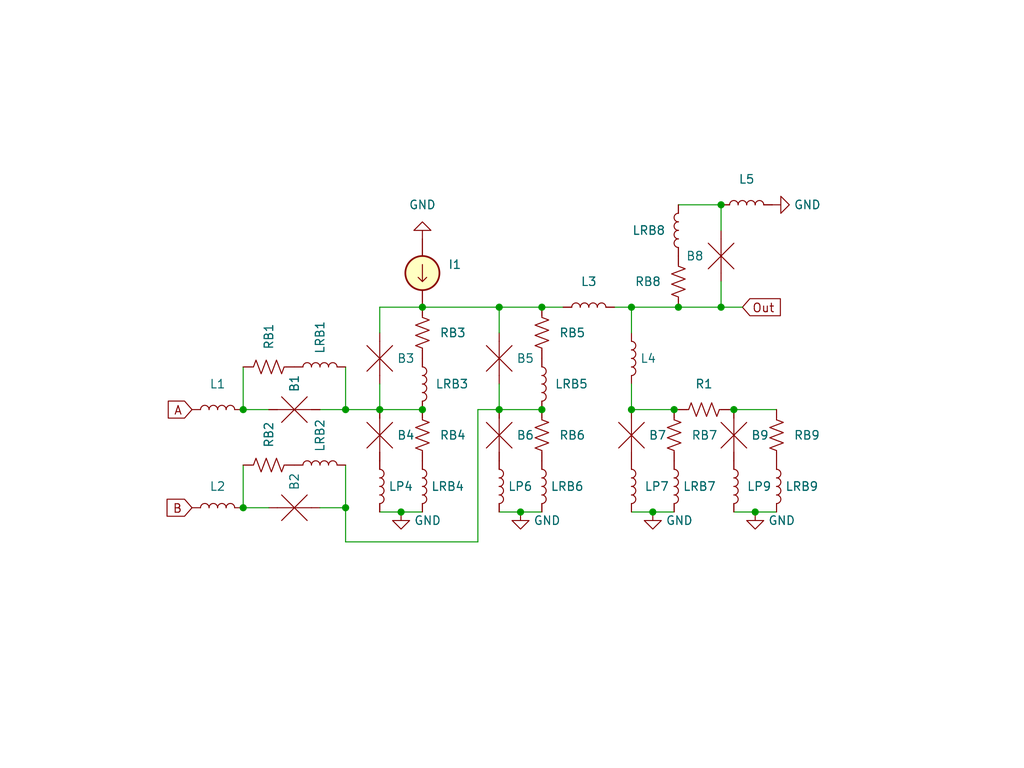
<source format=kicad_sch>
(kicad_sch (version 20211123) (generator eeschema)
  (paper "User" 152.4 114.3)
  (title_block (title "DSFQ OR") (date "2022-03-29"))
  (lib_symbols
    (symbol "Superconductors:Current_Source" (pin_numbers hide) (pin_names (offset 0.0254))
      (property "Reference" "I" (at 3.175 1.27 0))
      (symbol "Current_Source_0_1"
        (polyline (pts (xy 0 -1.27) (xy 0 1.27)))
        (polyline (pts (xy -0.635 -0.635) (xy 0 -1.27) (xy 0.635 -0.635)))
        (circle (center 0 0) (radius 2.54) (stroke (width 0.254)) (fill (type background)))
      )
      (symbol "Current_Source_1_1"
        (pin passive line (at 0 5.08 270) (length 2.54) (name "~") (number "1"))
        (pin passive line (at 0 -5.08 90) (length 2.54) (name "~") (number "2"))
      )
    )
    (symbol "Superconductors:Inductor" (pin_numbers hide) (pin_names (offset 1.016) hide)
      (property "Reference" "L" (at 0 2.032 0))
      (symbol "Inductor_0_1"
        (arc (start -1.27 0) (mid -1.905 0.635) (end -2.54 0))
        (arc (start 0 0) (mid -0.635 0.635) (end -1.27 0))
        (arc (start 1.27 0) (mid 0.635 0.635) (end 0 0))
        (arc (start 2.54 0) (mid 1.905 0.635) (end 1.27 0))
      )
      (symbol "Inductor_1_1"
        (pin passive line (at -3.81 0 0) (length 1.27) (name "1") (number "1"))
        (pin passive line (at 3.81 0 180) (length 1.27) (name "2") (number "2"))
      )
    )
    (symbol "Superconductors:Resistor" (pin_numbers hide) (pin_names (offset 0))
      (property "Reference" "R" (at 2.54 0 90))
      (symbol "Resistor_0_1"
        (polyline (pts (xy 0 -2.286) (xy 0 -2.54)))
        (polyline (pts (xy 0 2.286) (xy 0 2.54)))
        (polyline (pts (xy 0 -0.762) (xy 1.016 -1.143) (xy 0 -1.524) (xy -1.016 -1.905) (xy 0 -2.286)))
        (polyline (pts (xy 0 0.762) (xy 1.016 0.381) (xy 0 0) (xy -1.016 -0.381) (xy 0 -0.762)))
        (polyline (pts (xy 0 2.286) (xy 1.016 1.905) (xy 0 1.524) (xy -1.016 1.143) (xy 0 0.762)))
      )
      (symbol "Resistor_1_1"
        (pin passive line (at 0 3.81 270) (length 1.27) (name "~") (number "1"))
        (pin passive line (at 0 -3.81 90) (length 1.27) (name "~") (number "2"))
      )
    )
    (symbol "Superconductors:jjmit" (pin_numbers hide) (pin_names (offset 0))
      (property "Reference" "B" (at 3.175 0 90))
      (property "Value" "jjmit" (at -3.175 0 90))
      (symbol "jjmit_0_1"
        (polyline (pts (xy -1.905 -1.905) (xy 1.905 1.905)))
        (polyline (pts (xy -1.905 1.905) (xy 1.905 -1.905)))
        (polyline (pts (xy 0 -2.54) (xy 0 2.54)))
      )
      (symbol "jjmit_1_1"
        (pin passive line (at 0 3.81 270) (length 1.27) (name "~") (number "1"))
        (pin passive line (at 0 -3.81 90) (length 1.27) (name "~") (number "2"))
      )
    )
    (symbol "power:GND" (power) (pin_names (offset 0))
      (property "Value" "GND" (at 0 -3.81 0))
      (symbol "GND_0_1"
        (polyline (pts (xy 0 0) (xy 0 -1.27) (xy 1.27 -1.27) (xy 0 -2.54) (xy -1.27 -1.27) (xy 0 -1.27)))
      )
      (symbol "GND_1_1"
        (pin power_in line (at 0 0 270) (length 0) hide (name "GND") (number "1"))
      )
    )
  )
  (junction (at 62.865 45.72))
  (junction (at 107.315 45.72))
  (junction (at 80.645 60.96))
  (junction (at 112.395 76.2))
  (junction (at 97.155 76.2))
  (junction (at 100.33 60.96))
  (junction (at 36.195 60.96))
  (junction (at 62.865 60.96))
  (junction (at 51.435 60.96))
  (junction (at 109.22 60.96))
  (junction (at 77.47 76.2))
  (junction (at 36.195 75.565))
  (junction (at 74.295 45.72))
  (junction (at 56.515 60.96))
  (junction (at 51.435 75.565))
  (junction (at 93.98 45.72))
  (junction (at 74.295 60.96))
  (junction (at 93.98 60.96))
  (junction (at 80.645 45.72))
  (junction (at 100.965 45.72))
  (junction (at 59.69 76.2))
  (junction (at 107.315 30.48))
  (wire (pts (xy 36.195 75.565) (xy 36.195 69.215)))
  (wire (pts (xy 74.295 76.2) (xy 77.47 76.2)))
  (wire (pts (xy 51.435 60.96) (xy 56.515 60.96)))
  (wire (pts (xy 107.315 45.72) (xy 110.49 45.72)))
  (wire (pts (xy 112.395 76.2) (xy 115.57 76.2)))
  (wire (pts (xy 109.22 60.96) (xy 115.57 60.96)))
  (wire (pts (xy 91.44 45.72) (xy 93.98 45.72)))
  (wire (pts (xy 107.315 45.72) (xy 100.965 45.72)))
  (wire (pts (xy 93.98 60.96) (xy 100.33 60.96)))
  (wire (pts (xy 56.515 45.72) (xy 62.865 45.72)))
  (wire (pts (xy 56.515 45.72) (xy 56.515 49.53)))
  (wire (pts (xy 100.965 60.96) (xy 100.33 60.96)))
  (wire (pts (xy 56.515 57.15) (xy 56.515 60.96)))
  (wire (pts (xy 74.295 45.72) (xy 74.295 49.53)))
  (wire (pts (xy 62.865 45.72) (xy 74.295 45.72)))
  (wire (pts (xy 80.645 45.72) (xy 83.82 45.72)))
  (wire (pts (xy 108.585 60.96) (xy 109.22 60.96)))
  (wire (pts (xy 56.515 76.2) (xy 59.69 76.2)))
  (wire (pts (xy 107.315 30.48) (xy 100.965 30.48)))
  (wire (pts (xy 51.435 60.96) (xy 51.435 54.61)))
  (wire (pts (xy 93.98 45.72) (xy 100.965 45.72)))
  (wire (pts (xy 59.69 76.2) (xy 62.865 76.2)))
  (wire (pts (xy 93.98 76.2) (xy 97.155 76.2)))
  (wire (pts (xy 71.12 60.96) (xy 74.295 60.96)))
  (wire (pts (xy 109.22 76.2) (xy 112.395 76.2)))
  (wire (pts (xy 74.295 45.72) (xy 80.645 45.72)))
  (wire (pts (xy 51.435 69.215) (xy 51.435 75.565)))
  (wire (pts (xy 107.315 45.72) (xy 107.315 41.91)))
  (wire (pts (xy 36.195 60.96) (xy 36.195 54.61)))
  (wire (pts (xy 56.515 60.96) (xy 62.865 60.96)))
  (wire (pts (xy 71.12 80.645) (xy 71.12 60.96)))
  (wire (pts (xy 51.435 80.645) (xy 71.12 80.645)))
  (wire (pts (xy 107.315 34.29) (xy 107.315 30.48)))
  (wire (pts (xy 93.98 57.15) (xy 93.98 60.96)))
  (wire (pts (xy 97.155 76.2) (xy 100.33 76.2)))
  (wire (pts (xy 36.195 60.96) (xy 40.005 60.96)))
  (wire (pts (xy 36.195 75.565) (xy 40.005 75.565)))
  (wire (pts (xy 47.625 60.96) (xy 51.435 60.96)))
  (wire (pts (xy 93.98 49.53) (xy 93.98 45.72)))
  (wire (pts (xy 77.47 76.2) (xy 80.645 76.2)))
  (wire (pts (xy 74.295 57.15) (xy 74.295 60.96)))
  (wire (pts (xy 74.295 60.96) (xy 80.645 60.96)))
  (wire (pts (xy 51.435 75.565) (xy 51.435 80.645)))
  (wire (pts (xy 47.625 75.565) (xy 51.435 75.565)))
  (global_label "B" (shape input) (at 28.575 75.565 180) (property "Intersheet References" "${INTERSHEET_REFS}" (effects hide)))
  (global_label "A" (shape input) (at 28.575 60.96 180) (property "Intersheet References" "${INTERSHEET_REFS}" (effects hide)))
  (global_label "Out" (shape input) (at 110.49 45.72 0) (property "Intersheet References" "${INTERSHEET_REFS}" (effects hide)))
  (symbol (lib_id "Superconductors:Resistor") (at 100.33 64.77 0) (unit 1)
    (property "Reference" "RB7" (at 102.87 64.7699 0) (effects (justify left)))
    (property "Value" "Resistor" (effects hide))
  )
  (symbol (lib_id "Superconductors:Inductor") (at 32.385 60.96 0) (unit 1)
    (property "Reference" "L1" (at 32.385 57.15 0))
    (property "Value" "Inductor" (effects hide))
  )
  (symbol (lib_id "Superconductors:Resistor") (at 40.005 69.215 90) (unit 1)
    (property "Reference" "RB2" (at 40.0049 66.675 0) (effects (justify left)))
    (property "Value" "Resistor" (effects hide))
  )
  (symbol (lib_id "Superconductors:Resistor") (at 115.57 64.77 0) (unit 1)
    (property "Reference" "RB9" (at 118.11 64.7699 0) (effects (justify left)))
    (property "Value" "Resistor" (effects hide))
  )
  (symbol (lib_id "Superconductors:Resistor") (at 80.645 49.53 0) (unit 1)
    (property "Reference" "RB5" (at 83.185 49.5299 0) (effects (justify left)))
    (property "Value" "Resistor" (effects hide))
  )
  (symbol (lib_id "Superconductors:jjmit") (at 43.815 60.96 270) (unit 1)
    (property "Reference" "B1" (at 43.8149 58.42 0) (effects (justify right)))
    (property "Value" "jjmit" (effects hide))
  )
  (symbol (lib_id "Superconductors:Inductor") (at 93.98 53.34 270) (unit 1)
    (property "Reference" "L4" (at 95.25 53.3399 90) (effects (justify left)))
    (property "Value" "Inductor" (effects hide))
  )
  (symbol (lib_id "Superconductors:Resistor") (at 62.865 49.53 0) (unit 1)
    (property "Reference" "RB3" (at 65.405 49.5299 0) (effects (justify left)))
    (property "Value" "Resistor" (effects hide))
  )
  (symbol (lib_id "power:GND") (at 112.395 76.2 0) (unit 1)
    (property "Reference" "#PWR05" (effects hide))
    (property "Value" "GND" (at 114.3 77.4699 0) (effects (justify left)))
  )
  (symbol (lib_id "power:GND") (at 114.935 30.48 90) (unit 1)
    (property "Reference" "#PWR06" (effects hide))
    (property "Value" "GND" (at 118.11 30.4799 90) (effects (justify right)))
  )
  (symbol (lib_id "Superconductors:Inductor") (at 100.33 72.39 270) (unit 1)
    (property "Reference" "LRB7" (at 101.6 72.3899 90) (effects (justify left)))
    (property "Value" "Inductor" (effects hide))
  )
  (symbol (lib_id "Superconductors:Resistor") (at 62.865 64.77 0) (unit 1)
    (property "Reference" "RB4" (at 65.405 64.7699 0) (effects (justify left)))
    (property "Value" "Resistor" (effects hide))
  )
  (symbol (lib_id "Superconductors:jjmit") (at 74.295 64.77 180) (unit 1)
    (property "Reference" "B6" (at 76.835 64.7699 0) (effects (justify right)))
    (property "Value" "jjmit" (effects hide))
  )
  (symbol (lib_id "Superconductors:jjmit") (at 56.515 53.34 180) (unit 1)
    (property "Reference" "B3" (at 59.055 53.3399 0) (effects (justify right)))
    (property "Value" "jjmit" (effects hide))
  )
  (symbol (lib_id "Superconductors:Inductor") (at 109.22 72.39 270) (unit 1)
    (property "Reference" "LP9" (at 111.125 72.3899 90) (effects (justify left)))
    (property "Value" "Inductor" (effects hide))
  )
  (symbol (lib_id "Superconductors:Inductor") (at 32.385 75.565 0) (unit 1)
    (property "Reference" "L2" (at 32.385 72.39 0))
    (property "Value" "Inductor" (effects hide))
  )
  (symbol (lib_id "Superconductors:Inductor") (at 62.865 72.39 270) (unit 1)
    (property "Reference" "LRB4" (at 64.135 72.3899 90) (effects (justify left)))
    (property "Value" "Inductor" (effects hide))
  )
  (symbol (lib_id "Superconductors:jjmit") (at 107.315 38.1 0) (unit 1)
    (property "Reference" "B8" (at 104.775 38.1001 0) (effects (justify right)))
    (property "Value" "jjmit" (effects hide))
  )
  (symbol (lib_id "Superconductors:Inductor") (at 100.965 34.29 90) (unit 1)
    (property "Reference" "LRB8" (at 99.06 34.2901 90) (effects (justify left)))
    (property "Value" "Inductor" (effects hide))
  )
  (symbol (lib_id "Superconductors:Resistor") (at 100.965 41.91 180) (unit 1)
    (property "Reference" "RB8" (at 98.425 41.9101 0) (effects (justify left)))
    (property "Value" "Resistor" (effects hide))
  )
  (symbol (lib_id "Superconductors:Inductor") (at 87.63 45.72 0) (unit 1)
    (property "Reference" "L3" (at 87.63 41.91 0))
    (property "Value" "Inductor" (effects hide))
  )
  (symbol (lib_id "Superconductors:Resistor") (at 40.005 54.61 90) (unit 1)
    (property "Reference" "RB1" (at 40.0049 52.07 0) (effects (justify left)))
    (property "Value" "Resistor" (effects hide))
  )
  (symbol (lib_id "power:GND") (at 59.69 76.2 0) (unit 1)
    (property "Reference" "#PWR01" (effects hide))
    (property "Value" "GND" (at 61.595 77.4699 0) (effects (justify left)))
  )
  (symbol (lib_id "Superconductors:Inductor") (at 62.865 57.15 270) (unit 1)
    (property "Reference" "LRB3" (at 64.77 57.1499 90) (effects (justify left)))
    (property "Value" "Inductor" (effects hide))
  )
  (symbol (lib_id "Superconductors:jjmit") (at 43.815 75.565 270) (unit 1)
    (property "Reference" "B2" (at 43.8149 73.025 0) (effects (justify right)))
    (property "Value" "jjmit" (effects hide))
  )
  (symbol (lib_id "Superconductors:jjmit") (at 93.98 64.77 180) (unit 1)
    (property "Reference" "B7" (at 96.52 64.7699 0) (effects (justify right)))
    (property "Value" "jjmit" (effects hide))
  )
  (symbol (lib_id "Superconductors:Inductor") (at 111.125 30.48 0) (unit 1)
    (property "Reference" "L5" (at 111.125 26.67 0))
    (property "Value" "Inductor" (effects hide))
  )
  (symbol (lib_id "Superconductors:jjmit") (at 74.295 53.34 180) (unit 1)
    (property "Reference" "B5" (at 76.835 53.3399 0) (effects (justify right)))
    (property "Value" "jjmit" (effects hide))
  )
  (symbol (lib_id "power:GND") (at 77.47 76.2 0) (unit 1)
    (property "Reference" "#PWR03" (effects hide))
    (property "Value" "GND" (at 79.375 77.4699 0) (effects (justify left)))
  )
  (symbol (lib_id "power:GND") (at 62.865 35.56 180) (unit 1)
    (property "Reference" "#PWR02" (effects hide))
    (property "Value" "GND" (at 62.865 30.48 0))
  )
  (symbol (lib_id "Superconductors:Current_Source") (at 62.865 40.64 0) (unit 1)
    (property "Reference" "I1" (at 66.675 39.3699 0) (effects (justify left)))
    (property "Value" "Current_Source" (effects hide))
    (property "Spice_Netlist_Enabled" "Y" (effects hide))
    (property "Spice_Primitive" "I" (effects hide))
    (property "Spice_Model" "pwl(0 0 100u)" (effects hide))
  )
  (symbol (lib_id "power:GND") (at 97.155 76.2 0) (unit 1)
    (property "Reference" "#PWR04" (effects hide))
    (property "Value" "GND" (at 99.06 77.4699 0) (effects (justify left)))
  )
  (symbol (lib_id "Superconductors:Inductor") (at 80.645 57.15 270) (unit 1)
    (property "Reference" "LRB5" (at 82.55 57.1499 90) (effects (justify left)))
    (property "Value" "Inductor" (effects hide))
  )
  (symbol (lib_id "Superconductors:Inductor") (at 80.645 72.39 270) (unit 1)
    (property "Reference" "LRB6" (at 81.915 72.3899 90) (effects (justify left)))
    (property "Value" "Inductor" (effects hide))
  )
  (symbol (lib_id "Superconductors:Inductor") (at 56.515 72.39 270) (unit 1)
    (property "Reference" "LP4" (at 57.785 72.3899 90) (effects (justify left)))
    (property "Value" "Inductor" (effects hide))
  )
  (symbol (lib_id "Superconductors:Inductor") (at 74.295 72.39 270) (unit 1)
    (property "Reference" "LP6" (at 75.565 72.3899 90) (effects (justify left)))
    (property "Value" "Inductor" (effects hide))
  )
  (symbol (lib_id "Superconductors:jjmit") (at 56.515 64.77 180) (unit 1)
    (property "Reference" "B4" (at 59.055 64.7699 0) (effects (justify right)))
    (property "Value" "jjmit" (effects hide))
  )
  (symbol (lib_id "Superconductors:Inductor") (at 115.57 72.39 270) (unit 1)
    (property "Reference" "LRB9" (at 116.84 72.3899 90) (effects (justify left)))
    (property "Value" "Inductor" (effects hide))
  )
  (symbol (lib_id "Superconductors:Resistor") (at 104.775 60.96 90) (unit 1)
    (property "Reference" "R1" (at 104.775 57.15 90))
    (property "Value" "Resistor" (effects hide))
  )
  (symbol (lib_id "Superconductors:jjmit") (at 109.22 64.77 180) (unit 1)
    (property "Reference" "B9" (at 111.76 64.7699 0) (effects (justify right)))
    (property "Value" "jjmit" (effects hide))
  )
  (symbol (lib_id "Superconductors:Inductor") (at 47.625 54.61 0) (unit 1)
    (property "Reference" "LRB1" (at 47.6249 52.705 90) (effects (justify left)))
    (property "Value" "Inductor" (effects hide))
  )
  (symbol (lib_id "Superconductors:Inductor") (at 93.98 72.39 270) (unit 1)
    (property "Reference" "LP7" (at 95.885 72.3899 90) (effects (justify left)))
    (property "Value" "Inductor" (effects hide))
  )
  (symbol (lib_id "Superconductors:Resistor") (at 80.645 64.77 0) (unit 1)
    (property "Reference" "RB6" (at 83.185 64.7699 0) (effects (justify left)))
    (property "Value" "Resistor" (effects hide))
  )
  (symbol (lib_id "Superconductors:Inductor") (at 47.625 69.215 0) (unit 1)
    (property "Reference" "LRB2" (at 47.6249 67.31 90) (effects (justify left)))
    (property "Value" "Inductor" (effects hide))
  )
)
</source>
